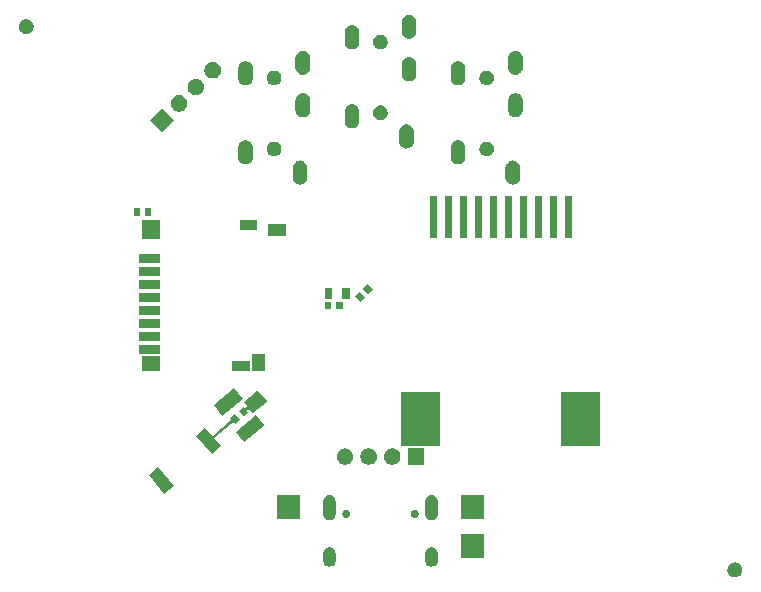
<source format=gbs>
%MOIN*%
%OFA0B0*%
%FSLAX46Y46*%
%IPPOS*%
%LPD*%
%ADD10C,0.0039370078740157488*%
%ADD21C,0.0039370078740157488*%
%ADD22C,0.0039370078740157488*%
D10*
G36*
X0001093777Y0000154231D02*
G01*
X0001097636Y0000153060D01*
X0001097636Y0000153060D01*
X0001097636Y0000153060D01*
X0001101192Y0000151159D01*
X0001104310Y0000148601D01*
X0001106868Y0000145484D01*
X0001108769Y0000141927D01*
X0001108769Y0000141927D01*
X0001109940Y0000138068D01*
X0001110236Y0000135060D01*
X0001110236Y0000109427D01*
X0001109940Y0000106419D01*
X0001108769Y0000102560D01*
X0001108769Y0000102560D01*
X0001108769Y0000102560D01*
X0001106868Y0000099004D01*
X0001104310Y0000095886D01*
X0001101192Y0000093328D01*
X0001097636Y0000091427D01*
X0001097636Y0000091427D01*
X0001093777Y0000090256D01*
X0001089763Y0000089861D01*
X0001085750Y0000090256D01*
X0001081891Y0000091427D01*
X0001081891Y0000091427D01*
X0001078334Y0000093328D01*
X0001075217Y0000095886D01*
X0001072659Y0000099004D01*
X0001070758Y0000102560D01*
X0001070453Y0000103564D01*
X0001069587Y0000106419D01*
X0001069514Y0000107157D01*
X0001069291Y0000109427D01*
X0001069291Y0000135060D01*
X0001069587Y0000138068D01*
X0001070758Y0000141927D01*
X0001070758Y0000141927D01*
X0001072659Y0000145484D01*
X0001075217Y0000148601D01*
X0001078334Y0000151159D01*
X0001081891Y0000153060D01*
X0001081891Y0000153060D01*
X0001081891Y0000153060D01*
X0001085750Y0000154231D01*
X0001089763Y0000154626D01*
X0001093777Y0000154231D01*
G37*
G36*
X0001433934Y0000154231D02*
G01*
X0001437793Y0000153060D01*
X0001437793Y0000153060D01*
X0001437793Y0000153060D01*
X0001441350Y0000151159D01*
X0001444467Y0000148601D01*
X0001447025Y0000145484D01*
X0001448926Y0000141927D01*
X0001448926Y0000141927D01*
X0001450097Y0000138068D01*
X0001450393Y0000135060D01*
X0001450393Y0000109427D01*
X0001450097Y0000106419D01*
X0001448926Y0000102560D01*
X0001448926Y0000102560D01*
X0001448926Y0000102560D01*
X0001447025Y0000099004D01*
X0001444467Y0000095886D01*
X0001441350Y0000093328D01*
X0001437793Y0000091427D01*
X0001437793Y0000091427D01*
X0001433934Y0000090256D01*
X0001429921Y0000089861D01*
X0001425907Y0000090256D01*
X0001422048Y0000091427D01*
X0001422048Y0000091427D01*
X0001418492Y0000093328D01*
X0001415375Y0000095886D01*
X0001412816Y0000099004D01*
X0001410915Y0000102560D01*
X0001410611Y0000103564D01*
X0001409745Y0000106419D01*
X0001409672Y0000107157D01*
X0001409448Y0000109427D01*
X0001409448Y0000135060D01*
X0001409745Y0000138068D01*
X0001410915Y0000141927D01*
X0001410915Y0000141927D01*
X0001412816Y0000145484D01*
X0001415375Y0000148601D01*
X0001418492Y0000151159D01*
X0001422048Y0000153060D01*
X0001422048Y0000153060D01*
X0001422048Y0000153060D01*
X0001425907Y0000154231D01*
X0001429921Y0000154626D01*
X0001433934Y0000154231D01*
G37*
G36*
X0001606299Y0000118110D02*
G01*
X0001527559Y0000118110D01*
X0001527559Y0000196850D01*
X0001606299Y0000196850D01*
X0001606299Y0000118110D01*
G37*
G36*
X0001093777Y0000328640D02*
G01*
X0001097636Y0000327470D01*
X0001097636Y0000327470D01*
X0001097636Y0000327470D01*
X0001101192Y0000325569D01*
X0001104310Y0000323010D01*
X0001106868Y0000319893D01*
X0001108769Y0000316337D01*
X0001108769Y0000316336D01*
X0001109940Y0000312477D01*
X0001110236Y0000309470D01*
X0001110236Y0000264151D01*
X0001109940Y0000261144D01*
X0001108769Y0000257285D01*
X0001108769Y0000257284D01*
X0001108769Y0000257284D01*
X0001106868Y0000253728D01*
X0001104310Y0000250611D01*
X0001101192Y0000248052D01*
X0001097636Y0000246151D01*
X0001097636Y0000246151D01*
X0001093777Y0000244981D01*
X0001089763Y0000244585D01*
X0001085750Y0000244981D01*
X0001081891Y0000246151D01*
X0001081891Y0000246151D01*
X0001078334Y0000248052D01*
X0001075217Y0000250611D01*
X0001072659Y0000253728D01*
X0001070758Y0000257284D01*
X0001070758Y0000257284D01*
X0001070758Y0000257285D01*
X0001069587Y0000261144D01*
X0001069291Y0000264151D01*
X0001069291Y0000309470D01*
X0001069587Y0000312477D01*
X0001070758Y0000316336D01*
X0001070758Y0000316337D01*
X0001072659Y0000319893D01*
X0001075217Y0000323010D01*
X0001078334Y0000325569D01*
X0001081891Y0000327470D01*
X0001081891Y0000327470D01*
X0001081891Y0000327470D01*
X0001085750Y0000328640D01*
X0001089763Y0000329036D01*
X0001093777Y0000328640D01*
G37*
G36*
X0001433934Y0000328640D02*
G01*
X0001437793Y0000327470D01*
X0001437793Y0000327470D01*
X0001437793Y0000327470D01*
X0001441350Y0000325569D01*
X0001444467Y0000323010D01*
X0001447025Y0000319893D01*
X0001448926Y0000316337D01*
X0001448926Y0000316336D01*
X0001450097Y0000312477D01*
X0001450393Y0000309470D01*
X0001450393Y0000264151D01*
X0001450097Y0000261144D01*
X0001448926Y0000257285D01*
X0001448926Y0000257284D01*
X0001448926Y0000257284D01*
X0001447025Y0000253728D01*
X0001444467Y0000250611D01*
X0001441350Y0000248052D01*
X0001437793Y0000246151D01*
X0001437793Y0000246151D01*
X0001433934Y0000244981D01*
X0001429921Y0000244585D01*
X0001425907Y0000244981D01*
X0001422048Y0000246151D01*
X0001422048Y0000246151D01*
X0001418492Y0000248052D01*
X0001415375Y0000250611D01*
X0001412816Y0000253728D01*
X0001410915Y0000257284D01*
X0001410915Y0000257284D01*
X0001410915Y0000257285D01*
X0001409745Y0000261144D01*
X0001409448Y0000264151D01*
X0001409448Y0000309470D01*
X0001409745Y0000312477D01*
X0001410915Y0000316336D01*
X0001410915Y0000316337D01*
X0001412816Y0000319893D01*
X0001415375Y0000323010D01*
X0001418492Y0000325569D01*
X0001422048Y0000327470D01*
X0001422048Y0000327470D01*
X0001422048Y0000327470D01*
X0001425907Y0000328640D01*
X0001429921Y0000329036D01*
X0001433934Y0000328640D01*
G37*
G36*
X0000992125Y0000249999D02*
G01*
X0000913385Y0000249999D01*
X0000913385Y0000328740D01*
X0000992125Y0000328740D01*
X0000992125Y0000249999D01*
G37*
G36*
X0001606299Y0000249999D02*
G01*
X0001527559Y0000249999D01*
X0001527559Y0000328740D01*
X0001606299Y0000328740D01*
X0001606299Y0000249999D01*
G37*
G36*
X0001377583Y0000279005D02*
G01*
X0001378819Y0000278493D01*
X0001380055Y0000277981D01*
X0001382280Y0000276495D01*
X0001384172Y0000274603D01*
X0001385658Y0000272378D01*
X0001386170Y0000271142D01*
X0001386682Y0000269906D01*
X0001387204Y0000267282D01*
X0001387204Y0000264607D01*
X0001386682Y0000261982D01*
X0001386335Y0000261144D01*
X0001385658Y0000259511D01*
X0001384172Y0000257286D01*
X0001382280Y0000255394D01*
X0001380055Y0000253907D01*
X0001378819Y0000253396D01*
X0001377583Y0000252884D01*
X0001374959Y0000252362D01*
X0001372284Y0000252362D01*
X0001369660Y0000252884D01*
X0001368424Y0000253396D01*
X0001367188Y0000253907D01*
X0001364963Y0000255394D01*
X0001363071Y0000257286D01*
X0001361585Y0000259511D01*
X0001360908Y0000261144D01*
X0001360561Y0000261982D01*
X0001360039Y0000264607D01*
X0001360039Y0000267282D01*
X0001360561Y0000269906D01*
X0001361073Y0000271142D01*
X0001361585Y0000272378D01*
X0001363071Y0000274603D01*
X0001364963Y0000276495D01*
X0001367188Y0000277981D01*
X0001368424Y0000278493D01*
X0001369660Y0000279005D01*
X0001372284Y0000279527D01*
X0001374959Y0000279527D01*
X0001377583Y0000279005D01*
G37*
G36*
X0001150024Y0000279005D02*
G01*
X0001151260Y0000278493D01*
X0001152496Y0000277981D01*
X0001154721Y0000276495D01*
X0001156613Y0000274603D01*
X0001158099Y0000272378D01*
X0001158611Y0000271142D01*
X0001159123Y0000269906D01*
X0001159645Y0000267282D01*
X0001159645Y0000264607D01*
X0001159123Y0000261982D01*
X0001158776Y0000261144D01*
X0001158099Y0000259511D01*
X0001156613Y0000257286D01*
X0001154721Y0000255394D01*
X0001152496Y0000253907D01*
X0001151260Y0000253396D01*
X0001150024Y0000252884D01*
X0001147400Y0000252362D01*
X0001144725Y0000252362D01*
X0001142101Y0000252884D01*
X0001140865Y0000253396D01*
X0001139629Y0000253907D01*
X0001137404Y0000255394D01*
X0001135512Y0000257286D01*
X0001134026Y0000259511D01*
X0001133349Y0000261144D01*
X0001133002Y0000261982D01*
X0001132480Y0000264607D01*
X0001132480Y0000267282D01*
X0001133002Y0000269906D01*
X0001133514Y0000271142D01*
X0001134026Y0000272378D01*
X0001135512Y0000274603D01*
X0001137404Y0000276495D01*
X0001139629Y0000277981D01*
X0001140865Y0000278493D01*
X0001142101Y0000279005D01*
X0001144725Y0000279527D01*
X0001147400Y0000279527D01*
X0001150024Y0000279005D01*
G37*
G36*
X0000571349Y0000359513D02*
G01*
X0000539983Y0000333194D01*
X0000488358Y0000394719D01*
X0000519723Y0000421038D01*
X0000571349Y0000359513D01*
G37*
G36*
X0001307193Y0000483003D02*
G01*
X0001312173Y0000480940D01*
X0001316655Y0000477946D01*
X0001320466Y0000474135D01*
X0001323460Y0000469653D01*
X0001325523Y0000464674D01*
X0001326574Y0000459387D01*
X0001326574Y0000453997D01*
X0001325523Y0000448711D01*
X0001323460Y0000443732D01*
X0001320466Y0000439250D01*
X0001316655Y0000435439D01*
X0001312173Y0000432444D01*
X0001307193Y0000430382D01*
X0001301907Y0000429330D01*
X0001296517Y0000429330D01*
X0001291231Y0000430382D01*
X0001286251Y0000432444D01*
X0001281770Y0000435439D01*
X0001277958Y0000439250D01*
X0001274964Y0000443732D01*
X0001272901Y0000448711D01*
X0001271850Y0000453997D01*
X0001271850Y0000459387D01*
X0001272901Y0000464674D01*
X0001274964Y0000469653D01*
X0001277958Y0000474135D01*
X0001281770Y0000477946D01*
X0001286251Y0000480940D01*
X0001291231Y0000483003D01*
X0001296517Y0000484055D01*
X0001301907Y0000484055D01*
X0001307193Y0000483003D01*
G37*
G36*
X0001228453Y0000483003D02*
G01*
X0001233433Y0000480940D01*
X0001237914Y0000477946D01*
X0001241726Y0000474135D01*
X0001244720Y0000469653D01*
X0001246783Y0000464674D01*
X0001247834Y0000459387D01*
X0001247834Y0000453997D01*
X0001246783Y0000448711D01*
X0001244720Y0000443732D01*
X0001241726Y0000439250D01*
X0001237914Y0000435439D01*
X0001233433Y0000432444D01*
X0001228453Y0000430382D01*
X0001223167Y0000429330D01*
X0001217777Y0000429330D01*
X0001212491Y0000430382D01*
X0001207511Y0000432444D01*
X0001203030Y0000435439D01*
X0001199218Y0000439250D01*
X0001196224Y0000443732D01*
X0001194161Y0000448711D01*
X0001193110Y0000453997D01*
X0001193110Y0000459387D01*
X0001194161Y0000464674D01*
X0001196224Y0000469653D01*
X0001199218Y0000474135D01*
X0001203030Y0000477946D01*
X0001207511Y0000480940D01*
X0001212491Y0000483003D01*
X0001217777Y0000484055D01*
X0001223167Y0000484055D01*
X0001228453Y0000483003D01*
G37*
G36*
X0001405314Y0000429330D02*
G01*
X0001350590Y0000429330D01*
X0001350590Y0000484055D01*
X0001405314Y0000484055D01*
X0001405314Y0000429330D01*
G37*
G36*
X0001149713Y0000483003D02*
G01*
X0001154693Y0000480940D01*
X0001159174Y0000477946D01*
X0001162985Y0000474135D01*
X0001165980Y0000469653D01*
X0001168042Y0000464674D01*
X0001169094Y0000459387D01*
X0001169094Y0000453997D01*
X0001168042Y0000448711D01*
X0001165980Y0000443732D01*
X0001162985Y0000439250D01*
X0001159174Y0000435439D01*
X0001154693Y0000432444D01*
X0001149713Y0000430382D01*
X0001144427Y0000429330D01*
X0001139037Y0000429330D01*
X0001133750Y0000430382D01*
X0001128771Y0000432444D01*
X0001124289Y0000435439D01*
X0001120478Y0000439250D01*
X0001117484Y0000443732D01*
X0001115421Y0000448711D01*
X0001114370Y0000453997D01*
X0001114370Y0000459387D01*
X0001115421Y0000464674D01*
X0001117484Y0000469653D01*
X0001120478Y0000474135D01*
X0001124289Y0000477946D01*
X0001128771Y0000480940D01*
X0001133750Y0000483003D01*
X0001139037Y0000484055D01*
X0001144427Y0000484055D01*
X0001149713Y0000483003D01*
G37*
G36*
X0000790987Y0000579787D02*
G01*
X0000774701Y0000566122D01*
X0000770272Y0000571400D01*
X0000770135Y0000571534D01*
X0000769973Y0000571640D01*
X0000769794Y0000571712D01*
X0000769604Y0000571747D01*
X0000769412Y0000571745D01*
X0000769223Y0000571705D01*
X0000769045Y0000571630D01*
X0000768886Y0000571521D01*
X0000762452Y0000566122D01*
X0000706155Y0000518883D01*
X0000706020Y0000518745D01*
X0000705914Y0000518583D01*
X0000705843Y0000518404D01*
X0000705807Y0000518215D01*
X0000705809Y0000518022D01*
X0000705849Y0000517833D01*
X0000705925Y0000517656D01*
X0000706033Y0000517496D01*
X0000728177Y0000491107D01*
X0000696811Y0000464788D01*
X0000645186Y0000526313D01*
X0000676551Y0000552632D01*
X0000698695Y0000526243D01*
X0000698833Y0000526108D01*
X0000698994Y0000526002D01*
X0000699173Y0000525930D01*
X0000699363Y0000525895D01*
X0000699556Y0000525897D01*
X0000699744Y0000525937D01*
X0000699922Y0000526012D01*
X0000700081Y0000526121D01*
X0000762812Y0000578759D01*
X0000762947Y0000578897D01*
X0000763053Y0000579059D01*
X0000763125Y0000579238D01*
X0000763160Y0000579427D01*
X0000763158Y0000579620D01*
X0000763118Y0000579809D01*
X0000763043Y0000579986D01*
X0000762934Y0000580146D01*
X0000758505Y0000585424D01*
X0000774791Y0000599089D01*
X0000790987Y0000579787D01*
G37*
G36*
X0001459055Y0000491338D02*
G01*
X0001328346Y0000491338D01*
X0001328346Y0000670078D01*
X0001459055Y0000670078D01*
X0001459055Y0000491338D01*
G37*
G36*
X0001992519Y0000491338D02*
G01*
X0001861811Y0000491338D01*
X0001861811Y0000670078D01*
X0001992519Y0000670078D01*
X0001992519Y0000491338D01*
G37*
G36*
X0000859323Y0000579809D02*
G01*
X0000874120Y0000562174D01*
X0000874120Y0000562174D01*
X0000806564Y0000505487D01*
X0000789341Y0000526012D01*
X0000777714Y0000539869D01*
X0000777714Y0000539869D01*
X0000845271Y0000596556D01*
X0000859323Y0000579809D01*
G37*
G36*
X0000849658Y0000676874D02*
G01*
X0000849802Y0000676816D01*
X0000849932Y0000676732D01*
X0000850078Y0000676589D01*
X0000880383Y0000640472D01*
X0000880411Y0000640432D01*
X0000880498Y0000640304D01*
X0000880559Y0000640161D01*
X0000880591Y0000640010D01*
X0000880593Y0000639854D01*
X0000880564Y0000639702D01*
X0000880506Y0000639558D01*
X0000880422Y0000639428D01*
X0000880279Y0000639282D01*
X0000835115Y0000601385D01*
X0000835074Y0000601357D01*
X0000834946Y0000601270D01*
X0000834804Y0000601209D01*
X0000834652Y0000601177D01*
X0000834497Y0000601175D01*
X0000834344Y0000601204D01*
X0000834332Y0000601209D01*
X0000834200Y0000601262D01*
X0000834071Y0000601346D01*
X0000833925Y0000601489D01*
X0000822447Y0000615168D01*
X0000822309Y0000615303D01*
X0000822147Y0000615408D01*
X0000821968Y0000615480D01*
X0000821779Y0000615516D01*
X0000821586Y0000615514D01*
X0000821397Y0000615474D01*
X0000821220Y0000615398D01*
X0000821060Y0000615289D01*
X0000815042Y0000610239D01*
X0000814907Y0000610101D01*
X0000814801Y0000609939D01*
X0000814729Y0000609760D01*
X0000814694Y0000609571D01*
X0000814696Y0000609378D01*
X0000814736Y0000609189D01*
X0000814811Y0000609011D01*
X0000814920Y0000608852D01*
X0000818806Y0000604221D01*
X0000818834Y0000604181D01*
X0000818921Y0000604053D01*
X0000818982Y0000603910D01*
X0000819014Y0000603759D01*
X0000819016Y0000603603D01*
X0000818987Y0000603451D01*
X0000818929Y0000603307D01*
X0000818845Y0000603177D01*
X0000818702Y0000603031D01*
X0000803697Y0000590441D01*
X0000803657Y0000590413D01*
X0000803529Y0000590325D01*
X0000803386Y0000590265D01*
X0000803234Y0000590233D01*
X0000803079Y0000590231D01*
X0000802927Y0000590260D01*
X0000802914Y0000590265D01*
X0000802783Y0000590317D01*
X0000802653Y0000590402D01*
X0000802507Y0000590545D01*
X0000787385Y0000608566D01*
X0000787270Y0000608734D01*
X0000787270Y0000608734D01*
X0000787209Y0000608877D01*
X0000787177Y0000609028D01*
X0000787176Y0000609184D01*
X0000787204Y0000609336D01*
X0000787221Y0000609378D01*
X0000787262Y0000609480D01*
X0000787347Y0000609610D01*
X0000787490Y0000609756D01*
X0000802495Y0000622347D01*
X0000802663Y0000622462D01*
X0000802663Y0000622462D01*
X0000802806Y0000622522D01*
X0000802958Y0000622554D01*
X0000803113Y0000622556D01*
X0000803265Y0000622528D01*
X0000803409Y0000622470D01*
X0000803539Y0000622385D01*
X0000803685Y0000622242D01*
X0000807570Y0000617611D01*
X0000807708Y0000617476D01*
X0000807870Y0000617371D01*
X0000808049Y0000617299D01*
X0000808239Y0000617264D01*
X0000808431Y0000617266D01*
X0000808620Y0000617305D01*
X0000808798Y0000617381D01*
X0000808957Y0000617490D01*
X0000814976Y0000622540D01*
X0000815111Y0000622678D01*
X0000815216Y0000622840D01*
X0000815288Y0000623019D01*
X0000815324Y0000623209D01*
X0000815322Y0000623402D01*
X0000815282Y0000623590D01*
X0000815206Y0000623768D01*
X0000815097Y0000623927D01*
X0000803619Y0000637606D01*
X0000803504Y0000637774D01*
X0000803504Y0000637774D01*
X0000803443Y0000637917D01*
X0000803411Y0000638068D01*
X0000803410Y0000638224D01*
X0000803438Y0000638376D01*
X0000803496Y0000638520D01*
X0000803581Y0000638650D01*
X0000803723Y0000638796D01*
X0000848888Y0000676693D01*
X0000849056Y0000676808D01*
X0000849056Y0000676808D01*
X0000849199Y0000676869D01*
X0000849351Y0000676901D01*
X0000849506Y0000676903D01*
X0000849658Y0000676874D01*
G37*
G36*
X0000786306Y0000666827D02*
G01*
X0000800731Y0000649636D01*
X0000800731Y0000649636D01*
X0000733174Y0000592949D01*
X0000714429Y0000615289D01*
X0000704325Y0000627331D01*
X0000704325Y0000627331D01*
X0000771882Y0000684018D01*
X0000786306Y0000666827D01*
G37*
G36*
X0000873818Y0000740354D02*
G01*
X0000832874Y0000740354D01*
X0000832874Y0000799015D01*
X0000873818Y0000799015D01*
X0000873818Y0000740354D01*
G37*
G36*
X0000824606Y0000740354D02*
G01*
X0000763976Y0000740354D01*
X0000763976Y0000773425D01*
X0000824606Y0000773425D01*
X0000824606Y0000740354D01*
G37*
G36*
X0000525393Y0000740354D02*
G01*
X0000464763Y0000740354D01*
X0000464763Y0000793110D01*
X0000525393Y0000793110D01*
X0000525393Y0000740354D01*
G37*
G36*
X0000525393Y0000799409D02*
G01*
X0000454921Y0000799409D01*
X0000454921Y0000828543D01*
X0000525393Y0000828543D01*
X0000525393Y0000799409D01*
G37*
G36*
X0000525393Y0000842716D02*
G01*
X0000454921Y0000842716D01*
X0000454921Y0000871850D01*
X0000525393Y0000871850D01*
X0000525393Y0000842716D01*
G37*
G36*
X0000525393Y0000886023D02*
G01*
X0000454921Y0000886023D01*
X0000454921Y0000915157D01*
X0000525393Y0000915157D01*
X0000525393Y0000886023D01*
G37*
G36*
X0000525393Y0000929330D02*
G01*
X0000454921Y0000929330D01*
X0000454921Y0000958464D01*
X0000525393Y0000958464D01*
X0000525393Y0000929330D01*
G37*
G36*
X0001133464Y0000948031D02*
G01*
X0001112204Y0000948031D01*
X0001112204Y0000973228D01*
X0001133464Y0000973228D01*
X0001133464Y0000948031D01*
G37*
G36*
X0001096456Y0000948031D02*
G01*
X0001075196Y0000948031D01*
X0001075196Y0000973228D01*
X0001096456Y0000973228D01*
X0001096456Y0000948031D01*
G37*
G36*
X0001208065Y0000987492D02*
G01*
X0001193032Y0000972459D01*
X0001175215Y0000990276D01*
X0001190248Y0001005309D01*
X0001208065Y0000987492D01*
G37*
G36*
X0000525393Y0000972637D02*
G01*
X0000454921Y0000972637D01*
X0000454921Y0001001771D01*
X0000525393Y0001001771D01*
X0000525393Y0000972637D01*
G37*
G36*
X0001158267Y0000981496D02*
G01*
X0001133070Y0000981496D01*
X0001133070Y0001018503D01*
X0001158267Y0001018503D01*
X0001158267Y0000981496D01*
G37*
G36*
X0001099212Y0000981496D02*
G01*
X0001074015Y0000981496D01*
X0001074015Y0001018503D01*
X0001099212Y0001018503D01*
X0001099212Y0000981496D01*
G37*
G36*
X0001234233Y0001013660D02*
G01*
X0001219200Y0000998627D01*
X0001201383Y0001016444D01*
X0001216416Y0001031477D01*
X0001234233Y0001013660D01*
G37*
G36*
X0000525393Y0001015944D02*
G01*
X0000454921Y0001015944D01*
X0000454921Y0001045078D01*
X0000525393Y0001045078D01*
X0000525393Y0001015944D01*
G37*
G36*
X0000525393Y0001059251D02*
G01*
X0000454921Y0001059251D01*
X0000454921Y0001088385D01*
X0000525393Y0001088385D01*
X0000525393Y0001059251D01*
G37*
G36*
X0000525393Y0001102559D02*
G01*
X0000454921Y0001102559D01*
X0000454921Y0001131692D01*
X0000525393Y0001131692D01*
X0000525393Y0001102559D01*
G37*
G36*
X0000525393Y0001183267D02*
G01*
X0000464763Y0001183267D01*
X0000464763Y0001243897D01*
X0000525393Y0001243897D01*
X0000525393Y0001183267D01*
G37*
G36*
X0001499015Y0001186220D02*
G01*
X0001473818Y0001186220D01*
X0001473818Y0001325590D01*
X0001499015Y0001325590D01*
X0001499015Y0001186220D01*
G37*
G36*
X0001549015Y0001186220D02*
G01*
X0001523818Y0001186220D01*
X0001523818Y0001325590D01*
X0001549015Y0001325590D01*
X0001549015Y0001186220D01*
G37*
G36*
X0001599015Y0001186220D02*
G01*
X0001573818Y0001186220D01*
X0001573818Y0001325590D01*
X0001599015Y0001325590D01*
X0001599015Y0001186220D01*
G37*
G36*
X0001649015Y0001186220D02*
G01*
X0001623818Y0001186220D01*
X0001623818Y0001325590D01*
X0001649015Y0001325590D01*
X0001649015Y0001186220D01*
G37*
G36*
X0001749015Y0001186220D02*
G01*
X0001723818Y0001186220D01*
X0001723818Y0001325590D01*
X0001749015Y0001325590D01*
X0001749015Y0001186220D01*
G37*
G36*
X0001799015Y0001186220D02*
G01*
X0001773818Y0001186220D01*
X0001773818Y0001325590D01*
X0001799015Y0001325590D01*
X0001799015Y0001186220D01*
G37*
G36*
X0001849015Y0001186220D02*
G01*
X0001823818Y0001186220D01*
X0001823818Y0001325590D01*
X0001849015Y0001325590D01*
X0001849015Y0001186220D01*
G37*
G36*
X0001899015Y0001186220D02*
G01*
X0001873818Y0001186220D01*
X0001873818Y0001325590D01*
X0001899015Y0001325590D01*
X0001899015Y0001186220D01*
G37*
G36*
X0001449015Y0001186220D02*
G01*
X0001423818Y0001186220D01*
X0001423818Y0001325590D01*
X0001449015Y0001325590D01*
X0001449015Y0001186220D01*
G37*
G36*
X0001699015Y0001186220D02*
G01*
X0001673818Y0001186220D01*
X0001673818Y0001325590D01*
X0001699015Y0001325590D01*
X0001699015Y0001186220D01*
G37*
G36*
X0000946653Y0001191141D02*
G01*
X0000884055Y0001191141D01*
X0000884055Y0001232086D01*
X0000946653Y0001232086D01*
X0000946653Y0001191141D01*
G37*
G36*
X0000848228Y0001210826D02*
G01*
X0000791535Y0001210826D01*
X0000791535Y0001243897D01*
X0000848228Y0001243897D01*
X0000848228Y0001210826D01*
G37*
G36*
X0000495669Y0001259055D02*
G01*
X0000474409Y0001259055D01*
X0000474409Y0001284251D01*
X0000495669Y0001284251D01*
X0000495669Y0001259055D01*
G37*
G36*
X0000458661Y0001259055D02*
G01*
X0000437401Y0001259055D01*
X0000437401Y0001284251D01*
X0000458661Y0001284251D01*
X0000458661Y0001259055D01*
G37*
G36*
X0000996911Y0001443347D02*
G01*
X0001001512Y0001441951D01*
X0001004521Y0001440343D01*
X0001005752Y0001439685D01*
X0001009469Y0001436634D01*
X0001012519Y0001432918D01*
X0001013177Y0001431687D01*
X0001014786Y0001428677D01*
X0001016182Y0001424076D01*
X0001016535Y0001420490D01*
X0001016535Y0001386596D01*
X0001016182Y0001383010D01*
X0001014786Y0001378408D01*
X0001013177Y0001375399D01*
X0001012519Y0001374168D01*
X0001009469Y0001370451D01*
X0001005752Y0001367401D01*
X0001005752Y0001367401D01*
X0001001512Y0001365134D01*
X0000996911Y0001363739D01*
X0000992125Y0001363267D01*
X0000987340Y0001363739D01*
X0000982739Y0001365134D01*
X0000979730Y0001366743D01*
X0000978499Y0001367401D01*
X0000974782Y0001370451D01*
X0000971732Y0001374168D01*
X0000971602Y0001374411D01*
X0000969465Y0001378408D01*
X0000968069Y0001383010D01*
X0000967716Y0001386596D01*
X0000967716Y0001420490D01*
X0000968069Y0001424076D01*
X0000969465Y0001428677D01*
X0000970598Y0001430797D01*
X0000971732Y0001432918D01*
X0000974782Y0001436634D01*
X0000978499Y0001439685D01*
X0000979730Y0001440343D01*
X0000982739Y0001441951D01*
X0000987340Y0001443347D01*
X0000992125Y0001443818D01*
X0000996911Y0001443347D01*
G37*
G36*
X0001705572Y0001443347D02*
G01*
X0001710173Y0001441951D01*
X0001713183Y0001440343D01*
X0001714414Y0001439685D01*
X0001718130Y0001436634D01*
X0001721181Y0001432918D01*
X0001721839Y0001431687D01*
X0001723447Y0001428677D01*
X0001724843Y0001424076D01*
X0001725196Y0001420490D01*
X0001725196Y0001386596D01*
X0001724843Y0001383010D01*
X0001723447Y0001378408D01*
X0001721839Y0001375399D01*
X0001721181Y0001374168D01*
X0001718130Y0001370451D01*
X0001714414Y0001367401D01*
X0001714414Y0001367401D01*
X0001710173Y0001365134D01*
X0001705572Y0001363739D01*
X0001700787Y0001363267D01*
X0001696002Y0001363739D01*
X0001691400Y0001365134D01*
X0001688391Y0001366743D01*
X0001687160Y0001367401D01*
X0001683443Y0001370451D01*
X0001680393Y0001374168D01*
X0001680263Y0001374411D01*
X0001678126Y0001378408D01*
X0001676731Y0001383010D01*
X0001676377Y0001386596D01*
X0001676377Y0001420490D01*
X0001676731Y0001424076D01*
X0001678126Y0001428677D01*
X0001679260Y0001430797D01*
X0001680393Y0001432918D01*
X0001683443Y0001436634D01*
X0001687160Y0001439685D01*
X0001688391Y0001440343D01*
X0001691401Y0001441951D01*
X0001696002Y0001443347D01*
X0001700787Y0001443818D01*
X0001705572Y0001443347D01*
G37*
G36*
X0001523682Y0001510276D02*
G01*
X0001528284Y0001508880D01*
X0001531293Y0001507272D01*
X0001532524Y0001506614D01*
X0001536241Y0001503564D01*
X0001538145Y0001501243D01*
X0001539291Y0001499847D01*
X0001541558Y0001495606D01*
X0001541970Y0001494247D01*
X0001542953Y0001491005D01*
X0001543301Y0001487480D01*
X0001543307Y0001487419D01*
X0001543307Y0001453525D01*
X0001542953Y0001449939D01*
X0001541558Y0001445337D01*
X0001540494Y0001443347D01*
X0001539291Y0001441097D01*
X0001536241Y0001437380D01*
X0001532524Y0001434330D01*
X0001532524Y0001434330D01*
X0001528284Y0001432063D01*
X0001523682Y0001430668D01*
X0001518897Y0001430196D01*
X0001514112Y0001430668D01*
X0001509511Y0001432063D01*
X0001506501Y0001433672D01*
X0001505270Y0001434330D01*
X0001501554Y0001437380D01*
X0001498503Y0001441097D01*
X0001498047Y0001441951D01*
X0001496237Y0001445338D01*
X0001494841Y0001449939D01*
X0001494488Y0001453525D01*
X0001494488Y0001487419D01*
X0001494494Y0001487480D01*
X0001494794Y0001490530D01*
X0001494841Y0001491005D01*
X0001496237Y0001495606D01*
X0001497777Y0001498487D01*
X0001498503Y0001499847D01*
X0001501554Y0001503564D01*
X0001505270Y0001506614D01*
X0001506501Y0001507272D01*
X0001509511Y0001508880D01*
X0001514112Y0001510276D01*
X0001518897Y0001510747D01*
X0001523682Y0001510276D01*
G37*
G36*
X0000815021Y0001510276D02*
G01*
X0000819622Y0001508880D01*
X0000822632Y0001507272D01*
X0000823862Y0001506614D01*
X0000827579Y0001503564D01*
X0000829484Y0001501243D01*
X0000830630Y0001499847D01*
X0000832896Y0001495606D01*
X0000833309Y0001494247D01*
X0000834292Y0001491005D01*
X0000834639Y0001487480D01*
X0000834645Y0001487419D01*
X0000834645Y0001453525D01*
X0000834292Y0001449939D01*
X0000832896Y0001445337D01*
X0000831832Y0001443347D01*
X0000830630Y0001441097D01*
X0000827579Y0001437380D01*
X0000823862Y0001434330D01*
X0000823862Y0001434330D01*
X0000819622Y0001432063D01*
X0000815021Y0001430668D01*
X0000810236Y0001430196D01*
X0000805451Y0001430668D01*
X0000800849Y0001432063D01*
X0000797840Y0001433672D01*
X0000796609Y0001434330D01*
X0000792892Y0001437380D01*
X0000789842Y0001441097D01*
X0000789385Y0001441951D01*
X0000787575Y0001445338D01*
X0000786179Y0001449939D01*
X0000785826Y0001453525D01*
X0000785826Y0001487419D01*
X0000785832Y0001487480D01*
X0000786133Y0001490530D01*
X0000786179Y0001491005D01*
X0000787575Y0001495606D01*
X0000789115Y0001498487D01*
X0000789842Y0001499847D01*
X0000792892Y0001503564D01*
X0000796609Y0001506614D01*
X0000797840Y0001507272D01*
X0000800849Y0001508880D01*
X0000805451Y0001510276D01*
X0000810236Y0001510747D01*
X0000815021Y0001510276D01*
G37*
G36*
X0001621293Y0001505754D02*
G01*
X0001625735Y0001503914D01*
X0001629733Y0001501243D01*
X0001633133Y0001497843D01*
X0001635804Y0001493845D01*
X0001637644Y0001489403D01*
X0001638582Y0001484687D01*
X0001638582Y0001479879D01*
X0001637644Y0001475163D01*
X0001635804Y0001470721D01*
X0001633133Y0001466723D01*
X0001629733Y0001463323D01*
X0001625735Y0001460652D01*
X0001621293Y0001458812D01*
X0001616577Y0001457874D01*
X0001611769Y0001457874D01*
X0001607053Y0001458812D01*
X0001602611Y0001460652D01*
X0001598613Y0001463323D01*
X0001595213Y0001466723D01*
X0001592541Y0001470721D01*
X0001590701Y0001475163D01*
X0001589763Y0001479879D01*
X0001589763Y0001484687D01*
X0001590701Y0001489403D01*
X0001592541Y0001493845D01*
X0001595213Y0001497843D01*
X0001598613Y0001501243D01*
X0001602611Y0001503914D01*
X0001607053Y0001505754D01*
X0001611769Y0001506692D01*
X0001616577Y0001506692D01*
X0001621293Y0001505754D01*
G37*
G36*
X0000912631Y0001505754D02*
G01*
X0000917073Y0001503914D01*
X0000921071Y0001501243D01*
X0000924471Y0001497843D01*
X0000927143Y0001493845D01*
X0000928983Y0001489403D01*
X0000929921Y0001484687D01*
X0000929921Y0001479879D01*
X0000928983Y0001475163D01*
X0000927143Y0001470721D01*
X0000924471Y0001466723D01*
X0000921071Y0001463323D01*
X0000917073Y0001460652D01*
X0000912631Y0001458812D01*
X0000907915Y0001457874D01*
X0000903107Y0001457874D01*
X0000898391Y0001458812D01*
X0000893949Y0001460652D01*
X0000889951Y0001463323D01*
X0000886551Y0001466723D01*
X0000883880Y0001470721D01*
X0000882040Y0001475163D01*
X0000881102Y0001479879D01*
X0000881102Y0001484687D01*
X0000882040Y0001489403D01*
X0000883880Y0001493845D01*
X0000886551Y0001497843D01*
X0000889951Y0001501243D01*
X0000893949Y0001503914D01*
X0000898391Y0001505754D01*
X0000903107Y0001506692D01*
X0000907915Y0001506692D01*
X0000912631Y0001505754D01*
G37*
G36*
X0001351241Y0001563426D02*
G01*
X0001355843Y0001562030D01*
X0001358852Y0001560421D01*
X0001360083Y0001559763D01*
X0001363800Y0001556713D01*
X0001366850Y0001552996D01*
X0001367508Y0001551765D01*
X0001369117Y0001548756D01*
X0001370512Y0001544155D01*
X0001370512Y0001544155D01*
X0001370866Y0001540568D01*
X0001370866Y0001506675D01*
X0001370775Y0001505754D01*
X0001370512Y0001503088D01*
X0001369117Y0001498487D01*
X0001367508Y0001495478D01*
X0001366850Y0001494247D01*
X0001363800Y0001490530D01*
X0001360083Y0001487480D01*
X0001360083Y0001487480D01*
X0001355843Y0001485213D01*
X0001351241Y0001483817D01*
X0001346456Y0001483346D01*
X0001341671Y0001483817D01*
X0001338804Y0001484687D01*
X0001337070Y0001485213D01*
X0001334060Y0001486822D01*
X0001332829Y0001487480D01*
X0001329113Y0001490530D01*
X0001326062Y0001494247D01*
X0001325336Y0001495606D01*
X0001323796Y0001498487D01*
X0001322400Y0001503088D01*
X0001322047Y0001506675D01*
X0001322047Y0001540568D01*
X0001322400Y0001544155D01*
X0001322400Y0001544155D01*
X0001323796Y0001548756D01*
X0001326062Y0001552996D01*
X0001329113Y0001556713D01*
X0001332829Y0001559763D01*
X0001334060Y0001560421D01*
X0001337070Y0001562030D01*
X0001341671Y0001563426D01*
X0001346456Y0001563897D01*
X0001351241Y0001563426D01*
G37*
G36*
X0000570594Y0001578295D02*
G01*
X0000531561Y0001539938D01*
X0000493205Y0001578970D01*
X0000532237Y0001617327D01*
X0000570594Y0001578295D01*
G37*
G36*
X0001169352Y0001630355D02*
G01*
X0001173953Y0001628959D01*
X0001176962Y0001627351D01*
X0001178193Y0001626693D01*
X0001181910Y0001623642D01*
X0001184192Y0001620861D01*
X0001184960Y0001619925D01*
X0001187227Y0001615685D01*
X0001188623Y0001611084D01*
X0001188623Y0001611084D01*
X0001188975Y0001607511D01*
X0001188976Y0001607497D01*
X0001188976Y0001573604D01*
X0001188623Y0001570018D01*
X0001187227Y0001565416D01*
X0001186163Y0001563426D01*
X0001184960Y0001561176D01*
X0001181910Y0001557459D01*
X0001178193Y0001554409D01*
X0001178193Y0001554409D01*
X0001173953Y0001552142D01*
X0001169351Y0001550746D01*
X0001164566Y0001550275D01*
X0001159781Y0001550746D01*
X0001155180Y0001552142D01*
X0001152171Y0001553751D01*
X0001150940Y0001554409D01*
X0001147223Y0001557459D01*
X0001144172Y0001561176D01*
X0001143716Y0001562030D01*
X0001141906Y0001565416D01*
X0001140510Y0001570018D01*
X0001140157Y0001573604D01*
X0001140157Y0001607497D01*
X0001140158Y0001607511D01*
X0001140510Y0001611084D01*
X0001140510Y0001611084D01*
X0001141906Y0001615685D01*
X0001144173Y0001619925D01*
X0001144940Y0001620861D01*
X0001147223Y0001623642D01*
X0001150940Y0001626693D01*
X0001152171Y0001627351D01*
X0001155180Y0001628959D01*
X0001159781Y0001630355D01*
X0001164566Y0001630826D01*
X0001169352Y0001630355D01*
G37*
G36*
X0001266962Y0001625833D02*
G01*
X0001271404Y0001623993D01*
X0001275402Y0001621322D01*
X0001278802Y0001617922D01*
X0001281473Y0001613924D01*
X0001283313Y0001609482D01*
X0001284251Y0001604766D01*
X0001284251Y0001599958D01*
X0001283313Y0001595242D01*
X0001281473Y0001590799D01*
X0001278802Y0001586802D01*
X0001275402Y0001583402D01*
X0001271404Y0001580730D01*
X0001266962Y0001578890D01*
X0001262246Y0001577952D01*
X0001257438Y0001577952D01*
X0001252722Y0001578890D01*
X0001248280Y0001580730D01*
X0001244282Y0001583402D01*
X0001240882Y0001586802D01*
X0001238211Y0001590799D01*
X0001236371Y0001595242D01*
X0001235433Y0001599958D01*
X0001235433Y0001604766D01*
X0001236371Y0001609482D01*
X0001238211Y0001613924D01*
X0001240882Y0001617922D01*
X0001244282Y0001621322D01*
X0001248280Y0001623993D01*
X0001252722Y0001625833D01*
X0001257438Y0001626771D01*
X0001262246Y0001626771D01*
X0001266962Y0001625833D01*
G37*
G36*
X0001005572Y0001667757D02*
G01*
X0001010173Y0001666361D01*
X0001013161Y0001664764D01*
X0001014414Y0001664094D01*
X0001014414Y0001664094D01*
X0001014414Y0001664094D01*
X0001018130Y0001661044D01*
X0001021181Y0001657327D01*
X0001023447Y0001653087D01*
X0001024843Y0001648485D01*
X0001025196Y0001644899D01*
X0001025196Y0001611005D01*
X0001024843Y0001607419D01*
X0001023447Y0001602818D01*
X0001021919Y0001599958D01*
X0001021181Y0001598577D01*
X0001018130Y0001594861D01*
X0001014414Y0001591810D01*
X0001014414Y0001591810D01*
X0001010173Y0001589544D01*
X0001005572Y0001588148D01*
X0001000787Y0001587677D01*
X0000996002Y0001588148D01*
X0000991400Y0001589544D01*
X0000988391Y0001591152D01*
X0000987160Y0001591810D01*
X0000983443Y0001594861D01*
X0000980393Y0001598577D01*
X0000979655Y0001599958D01*
X0000978126Y0001602818D01*
X0000976731Y0001607419D01*
X0000976527Y0001609482D01*
X0000976377Y0001611005D01*
X0000976377Y0001644899D01*
X0000976731Y0001648485D01*
X0000976731Y0001648486D01*
X0000978126Y0001653087D01*
X0000980393Y0001657327D01*
X0000983443Y0001661044D01*
X0000987160Y0001664094D01*
X0000987160Y0001664094D01*
X0000987160Y0001664094D01*
X0000988413Y0001664764D01*
X0000991400Y0001666361D01*
X0000996002Y0001667757D01*
X0001000787Y0001668228D01*
X0001005572Y0001667757D01*
G37*
G36*
X0001714233Y0001667757D02*
G01*
X0001718835Y0001666361D01*
X0001721823Y0001664764D01*
X0001723075Y0001664094D01*
X0001723075Y0001664094D01*
X0001723075Y0001664094D01*
X0001726792Y0001661044D01*
X0001729842Y0001657327D01*
X0001732109Y0001653087D01*
X0001733505Y0001648485D01*
X0001733858Y0001644899D01*
X0001733858Y0001611005D01*
X0001733505Y0001607419D01*
X0001732109Y0001602818D01*
X0001730580Y0001599958D01*
X0001729842Y0001598577D01*
X0001726792Y0001594861D01*
X0001723075Y0001591810D01*
X0001723075Y0001591810D01*
X0001718835Y0001589544D01*
X0001714233Y0001588148D01*
X0001709448Y0001587677D01*
X0001704663Y0001588148D01*
X0001700062Y0001589544D01*
X0001697052Y0001591152D01*
X0001695822Y0001591810D01*
X0001692105Y0001594861D01*
X0001689054Y0001598577D01*
X0001688317Y0001599958D01*
X0001686788Y0001602818D01*
X0001685392Y0001607419D01*
X0001685189Y0001609482D01*
X0001685039Y0001611005D01*
X0001685039Y0001644899D01*
X0001685392Y0001648485D01*
X0001685392Y0001648486D01*
X0001686788Y0001653087D01*
X0001689054Y0001657327D01*
X0001692105Y0001661044D01*
X0001695822Y0001664094D01*
X0001695822Y0001664094D01*
X0001695822Y0001664094D01*
X0001697074Y0001664764D01*
X0001700062Y0001666361D01*
X0001704663Y0001667757D01*
X0001709448Y0001668228D01*
X0001714233Y0001667757D01*
G37*
G36*
X0000596042Y0001660133D02*
G01*
X0000601021Y0001658070D01*
X0000605503Y0001655076D01*
X0000609314Y0001651264D01*
X0000612309Y0001646783D01*
X0000614371Y0001641803D01*
X0000615423Y0001636517D01*
X0000615423Y0001631127D01*
X0000614371Y0001625841D01*
X0000612309Y0001620861D01*
X0000609314Y0001616380D01*
X0000605503Y0001612568D01*
X0000601021Y0001609574D01*
X0000596042Y0001607511D01*
X0000590755Y0001606460D01*
X0000585366Y0001606460D01*
X0000580079Y0001607511D01*
X0000575100Y0001609574D01*
X0000570618Y0001612568D01*
X0000566807Y0001616380D01*
X0000563812Y0001620861D01*
X0000561750Y0001625841D01*
X0000560698Y0001631127D01*
X0000560698Y0001636517D01*
X0000561750Y0001641803D01*
X0000563812Y0001646783D01*
X0000566807Y0001651264D01*
X0000570618Y0001655076D01*
X0000575100Y0001658070D01*
X0000580079Y0001660133D01*
X0000585366Y0001661184D01*
X0000590755Y0001661184D01*
X0000596042Y0001660133D01*
G37*
G36*
X0000652203Y0001715322D02*
G01*
X0000657183Y0001713260D01*
X0000661664Y0001710265D01*
X0000665476Y0001706454D01*
X0000668470Y0001701973D01*
X0000670533Y0001696993D01*
X0000671584Y0001691707D01*
X0000671584Y0001686317D01*
X0000670533Y0001681030D01*
X0000668470Y0001676051D01*
X0000665476Y0001671569D01*
X0000661664Y0001667758D01*
X0000657183Y0001664764D01*
X0000652203Y0001662701D01*
X0000646917Y0001661649D01*
X0000641527Y0001661649D01*
X0000636241Y0001662701D01*
X0000631261Y0001664764D01*
X0000626780Y0001667758D01*
X0000622968Y0001671569D01*
X0000619974Y0001676051D01*
X0000617911Y0001681030D01*
X0000616860Y0001686317D01*
X0000616860Y0001691707D01*
X0000617911Y0001696993D01*
X0000619974Y0001701973D01*
X0000622968Y0001706454D01*
X0000626780Y0001710265D01*
X0000631261Y0001713260D01*
X0000636241Y0001715322D01*
X0000641527Y0001716374D01*
X0000646917Y0001716374D01*
X0000652203Y0001715322D01*
G37*
G36*
X0001523682Y0001774056D02*
G01*
X0001528284Y0001772660D01*
X0001530335Y0001771564D01*
X0001532524Y0001770393D01*
X0001534753Y0001768564D01*
X0001536241Y0001767343D01*
X0001539291Y0001763626D01*
X0001541558Y0001759386D01*
X0001542232Y0001757162D01*
X0001542953Y0001754785D01*
X0001543307Y0001751198D01*
X0001543307Y0001717305D01*
X0001543111Y0001715322D01*
X0001542953Y0001713718D01*
X0001541558Y0001709117D01*
X0001539949Y0001706108D01*
X0001539291Y0001704877D01*
X0001536241Y0001701160D01*
X0001532524Y0001698110D01*
X0001532524Y0001698110D01*
X0001528284Y0001695843D01*
X0001523682Y0001694447D01*
X0001518897Y0001693976D01*
X0001514112Y0001694447D01*
X0001509511Y0001695843D01*
X0001506501Y0001697452D01*
X0001505270Y0001698110D01*
X0001501554Y0001701160D01*
X0001498503Y0001704877D01*
X0001497660Y0001706454D01*
X0001496237Y0001709117D01*
X0001494841Y0001713718D01*
X0001494606Y0001716099D01*
X0001494488Y0001717305D01*
X0001494488Y0001751198D01*
X0001494639Y0001752738D01*
X0001494841Y0001754785D01*
X0001496237Y0001759386D01*
X0001498503Y0001763626D01*
X0001501554Y0001767343D01*
X0001503041Y0001768564D01*
X0001505270Y0001770393D01*
X0001507460Y0001771564D01*
X0001509511Y0001772660D01*
X0001514112Y0001774056D01*
X0001518897Y0001774527D01*
X0001523682Y0001774056D01*
G37*
G36*
X0000815021Y0001774056D02*
G01*
X0000819622Y0001772660D01*
X0000821673Y0001771564D01*
X0000823862Y0001770393D01*
X0000826091Y0001768564D01*
X0000827579Y0001767343D01*
X0000830630Y0001763626D01*
X0000832896Y0001759386D01*
X0000833571Y0001757162D01*
X0000834292Y0001754785D01*
X0000834645Y0001751198D01*
X0000834645Y0001717305D01*
X0000834450Y0001715322D01*
X0000834292Y0001713718D01*
X0000832896Y0001709117D01*
X0000831288Y0001706108D01*
X0000830630Y0001704877D01*
X0000827579Y0001701160D01*
X0000823862Y0001698110D01*
X0000823862Y0001698110D01*
X0000819622Y0001695843D01*
X0000815021Y0001694447D01*
X0000810236Y0001693976D01*
X0000805451Y0001694447D01*
X0000800849Y0001695843D01*
X0000797840Y0001697452D01*
X0000796609Y0001698110D01*
X0000792892Y0001701160D01*
X0000789842Y0001704877D01*
X0000788999Y0001706454D01*
X0000787575Y0001709117D01*
X0000786179Y0001713718D01*
X0000785945Y0001716099D01*
X0000785826Y0001717305D01*
X0000785826Y0001751198D01*
X0000785978Y0001752738D01*
X0000786179Y0001754785D01*
X0000787575Y0001759386D01*
X0000789842Y0001763626D01*
X0000792892Y0001767343D01*
X0000794380Y0001768564D01*
X0000796609Y0001770393D01*
X0000798798Y0001771564D01*
X0000800849Y0001772660D01*
X0000805451Y0001774056D01*
X0000810236Y0001774527D01*
X0000815021Y0001774056D01*
G37*
G36*
X0000912631Y0001741975D02*
G01*
X0000917073Y0001740135D01*
X0000921071Y0001737464D01*
X0000924471Y0001734064D01*
X0000927143Y0001730066D01*
X0000928983Y0001725623D01*
X0000929921Y0001720908D01*
X0000929921Y0001716099D01*
X0000928983Y0001711383D01*
X0000927143Y0001706941D01*
X0000924471Y0001702943D01*
X0000921071Y0001699543D01*
X0000917073Y0001696872D01*
X0000912631Y0001695032D01*
X0000907915Y0001694094D01*
X0000903107Y0001694094D01*
X0000898391Y0001695032D01*
X0000893949Y0001696872D01*
X0000889951Y0001699543D01*
X0000886551Y0001702943D01*
X0000883880Y0001706941D01*
X0000882040Y0001711383D01*
X0000881102Y0001716099D01*
X0000881102Y0001720908D01*
X0000882040Y0001725623D01*
X0000883880Y0001730066D01*
X0000886551Y0001734064D01*
X0000889951Y0001737464D01*
X0000893949Y0001740135D01*
X0000898391Y0001741975D01*
X0000903107Y0001742913D01*
X0000907915Y0001742913D01*
X0000912631Y0001741975D01*
G37*
G36*
X0001621293Y0001741975D02*
G01*
X0001625735Y0001740135D01*
X0001629733Y0001737464D01*
X0001633133Y0001734064D01*
X0001635804Y0001730066D01*
X0001637644Y0001725623D01*
X0001638582Y0001720908D01*
X0001638582Y0001716099D01*
X0001637644Y0001711383D01*
X0001635804Y0001706941D01*
X0001633133Y0001702943D01*
X0001629733Y0001699543D01*
X0001625735Y0001696872D01*
X0001621293Y0001695032D01*
X0001616577Y0001694094D01*
X0001611769Y0001694094D01*
X0001607053Y0001695032D01*
X0001602611Y0001696872D01*
X0001598613Y0001699543D01*
X0001595213Y0001702943D01*
X0001592541Y0001706941D01*
X0001590701Y0001711383D01*
X0001589763Y0001716099D01*
X0001589763Y0001720908D01*
X0001590701Y0001725623D01*
X0001592541Y0001730066D01*
X0001595213Y0001734064D01*
X0001598613Y0001737464D01*
X0001602611Y0001740135D01*
X0001607053Y0001741975D01*
X0001611769Y0001742913D01*
X0001616577Y0001742913D01*
X0001621293Y0001741975D01*
G37*
G36*
X0001359903Y0001787835D02*
G01*
X0001364504Y0001786439D01*
X0001367513Y0001784831D01*
X0001368744Y0001784173D01*
X0001368744Y0001784173D01*
X0001368744Y0001784173D01*
X0001372461Y0001781123D01*
X0001375511Y0001777406D01*
X0001377778Y0001773165D01*
X0001379174Y0001768564D01*
X0001379527Y0001764978D01*
X0001379527Y0001731084D01*
X0001379174Y0001727498D01*
X0001377778Y0001722897D01*
X0001376715Y0001720908D01*
X0001375512Y0001718656D01*
X0001372461Y0001714939D01*
X0001368744Y0001711889D01*
X0001368744Y0001711889D01*
X0001364504Y0001709623D01*
X0001359903Y0001708227D01*
X0001355118Y0001707755D01*
X0001350332Y0001708227D01*
X0001345731Y0001709623D01*
X0001342437Y0001711383D01*
X0001341491Y0001711889D01*
X0001337774Y0001714939D01*
X0001334724Y0001718656D01*
X0001334030Y0001719953D01*
X0001332457Y0001722897D01*
X0001331061Y0001727498D01*
X0001330708Y0001731084D01*
X0001330708Y0001764978D01*
X0001331061Y0001768564D01*
X0001332457Y0001773165D01*
X0001334724Y0001777406D01*
X0001337774Y0001781123D01*
X0001341491Y0001784173D01*
X0001341491Y0001784173D01*
X0001341491Y0001784173D01*
X0001342722Y0001784831D01*
X0001345731Y0001786439D01*
X0001350333Y0001787835D01*
X0001355118Y0001788307D01*
X0001359903Y0001787835D01*
G37*
G36*
X0000708365Y0001770512D02*
G01*
X0000713344Y0001768449D01*
X0000717826Y0001765455D01*
X0000721637Y0001761644D01*
X0000724631Y0001757162D01*
X0000726694Y0001752183D01*
X0000727746Y0001746896D01*
X0000727746Y0001741506D01*
X0000726694Y0001736220D01*
X0000724631Y0001731241D01*
X0000721637Y0001726759D01*
X0000717826Y0001722948D01*
X0000713344Y0001719953D01*
X0000708365Y0001717891D01*
X0000703078Y0001716839D01*
X0000697688Y0001716839D01*
X0000692402Y0001717891D01*
X0000687422Y0001719953D01*
X0000682941Y0001722948D01*
X0000679130Y0001726759D01*
X0000676135Y0001731241D01*
X0000674073Y0001736220D01*
X0000673021Y0001741506D01*
X0000673021Y0001746896D01*
X0000674073Y0001752183D01*
X0000676135Y0001757162D01*
X0000679130Y0001761644D01*
X0000682941Y0001765455D01*
X0000687422Y0001768449D01*
X0000692402Y0001770512D01*
X0000697688Y0001771564D01*
X0000703078Y0001771564D01*
X0000708365Y0001770512D01*
G37*
G36*
X0001005572Y0001809489D02*
G01*
X0001010173Y0001808093D01*
X0001013183Y0001806484D01*
X0001014414Y0001805826D01*
X0001014414Y0001805826D01*
X0001014414Y0001805826D01*
X0001018130Y0001802776D01*
X0001021181Y0001799059D01*
X0001023447Y0001794819D01*
X0001024843Y0001790218D01*
X0001025196Y0001786631D01*
X0001025196Y0001752738D01*
X0001024843Y0001749151D01*
X0001023447Y0001744550D01*
X0001022071Y0001741975D01*
X0001021181Y0001740310D01*
X0001018130Y0001736593D01*
X0001014414Y0001733543D01*
X0001014414Y0001733543D01*
X0001010173Y0001731276D01*
X0001009541Y0001731084D01*
X0001005572Y0001729880D01*
X0001000787Y0001729409D01*
X0000996002Y0001729880D01*
X0000991400Y0001731276D01*
X0000988391Y0001732885D01*
X0000987160Y0001733543D01*
X0000983443Y0001736593D01*
X0000980393Y0001740310D01*
X0000980263Y0001740552D01*
X0000978126Y0001744550D01*
X0000976731Y0001749151D01*
X0000976529Y0001751198D01*
X0000976377Y0001752738D01*
X0000976377Y0001786631D01*
X0000976731Y0001790218D01*
X0000976731Y0001790218D01*
X0000978126Y0001794819D01*
X0000980393Y0001799059D01*
X0000983443Y0001802776D01*
X0000987160Y0001805826D01*
X0000987160Y0001805826D01*
X0000987160Y0001805826D01*
X0000988391Y0001806484D01*
X0000991400Y0001808093D01*
X0000996002Y0001809489D01*
X0001000787Y0001809960D01*
X0001005572Y0001809489D01*
G37*
G36*
X0001714233Y0001809489D02*
G01*
X0001718835Y0001808093D01*
X0001721844Y0001806484D01*
X0001723075Y0001805826D01*
X0001723075Y0001805826D01*
X0001723075Y0001805826D01*
X0001726792Y0001802776D01*
X0001729842Y0001799059D01*
X0001732109Y0001794819D01*
X0001733505Y0001790218D01*
X0001733858Y0001786631D01*
X0001733858Y0001752738D01*
X0001733505Y0001749151D01*
X0001732109Y0001744550D01*
X0001730732Y0001741975D01*
X0001729842Y0001740310D01*
X0001726792Y0001736593D01*
X0001723075Y0001733543D01*
X0001723075Y0001733543D01*
X0001718835Y0001731276D01*
X0001718202Y0001731084D01*
X0001714233Y0001729880D01*
X0001709448Y0001729409D01*
X0001704663Y0001729880D01*
X0001700062Y0001731276D01*
X0001697052Y0001732885D01*
X0001695822Y0001733543D01*
X0001692105Y0001736593D01*
X0001689054Y0001740310D01*
X0001688925Y0001740552D01*
X0001686788Y0001744550D01*
X0001685392Y0001749151D01*
X0001685191Y0001751198D01*
X0001685039Y0001752738D01*
X0001685039Y0001786631D01*
X0001685392Y0001790218D01*
X0001685392Y0001790218D01*
X0001686788Y0001794819D01*
X0001689054Y0001799059D01*
X0001692105Y0001802776D01*
X0001695822Y0001805826D01*
X0001695822Y0001805826D01*
X0001695822Y0001805826D01*
X0001697053Y0001806484D01*
X0001700062Y0001808093D01*
X0001704663Y0001809489D01*
X0001709448Y0001809960D01*
X0001714233Y0001809489D01*
G37*
G36*
X0001169352Y0001894134D02*
G01*
X0001173953Y0001892739D01*
X0001176962Y0001891130D01*
X0001178193Y0001890472D01*
X0001178193Y0001890472D01*
X0001178193Y0001890472D01*
X0001181910Y0001887422D01*
X0001184960Y0001883705D01*
X0001187227Y0001879465D01*
X0001188623Y0001874863D01*
X0001188623Y0001874863D01*
X0001188976Y0001871277D01*
X0001188976Y0001837383D01*
X0001188623Y0001833797D01*
X0001188623Y0001833797D01*
X0001187227Y0001829196D01*
X0001185618Y0001826186D01*
X0001184960Y0001824955D01*
X0001181910Y0001821239D01*
X0001178193Y0001818188D01*
X0001178193Y0001818188D01*
X0001173953Y0001815922D01*
X0001169351Y0001814526D01*
X0001164566Y0001814055D01*
X0001159781Y0001814526D01*
X0001155180Y0001815922D01*
X0001152171Y0001817530D01*
X0001150940Y0001818188D01*
X0001147223Y0001821239D01*
X0001144172Y0001824955D01*
X0001143069Y0001827020D01*
X0001141906Y0001829196D01*
X0001140510Y0001833797D01*
X0001140276Y0001836178D01*
X0001140157Y0001837383D01*
X0001140157Y0001871277D01*
X0001140309Y0001872817D01*
X0001140510Y0001874863D01*
X0001141906Y0001879464D01*
X0001144173Y0001883705D01*
X0001147223Y0001887422D01*
X0001150940Y0001890472D01*
X0001150940Y0001890472D01*
X0001150940Y0001890472D01*
X0001152171Y0001891130D01*
X0001155180Y0001892739D01*
X0001159781Y0001894134D01*
X0001164566Y0001894606D01*
X0001169352Y0001894134D01*
G37*
G36*
X0001266962Y0001862054D02*
G01*
X0001271404Y0001860214D01*
X0001275402Y0001857542D01*
X0001278802Y0001854142D01*
X0001281473Y0001850144D01*
X0001283313Y0001845702D01*
X0001284251Y0001840986D01*
X0001284251Y0001836178D01*
X0001283313Y0001831462D01*
X0001281473Y0001827020D01*
X0001278802Y0001823022D01*
X0001275402Y0001819622D01*
X0001271404Y0001816951D01*
X0001266962Y0001815111D01*
X0001262246Y0001814173D01*
X0001257438Y0001814173D01*
X0001252722Y0001815111D01*
X0001248280Y0001816951D01*
X0001244282Y0001819622D01*
X0001240882Y0001823022D01*
X0001238211Y0001827020D01*
X0001236371Y0001831462D01*
X0001235433Y0001836178D01*
X0001235433Y0001840986D01*
X0001236371Y0001845702D01*
X0001238211Y0001850144D01*
X0001240882Y0001854142D01*
X0001244282Y0001857542D01*
X0001248280Y0001860214D01*
X0001252722Y0001862054D01*
X0001257438Y0001862992D01*
X0001262246Y0001862992D01*
X0001266962Y0001862054D01*
G37*
G36*
X0001359903Y0001929567D02*
G01*
X0001364504Y0001928172D01*
X0001367513Y0001926563D01*
X0001368744Y0001925905D01*
X0001368744Y0001925905D01*
X0001368744Y0001925905D01*
X0001372461Y0001922855D01*
X0001375511Y0001919138D01*
X0001377778Y0001914898D01*
X0001379174Y0001910296D01*
X0001379527Y0001906710D01*
X0001379527Y0001872817D01*
X0001379174Y0001869230D01*
X0001377778Y0001864629D01*
X0001376402Y0001862054D01*
X0001375512Y0001860388D01*
X0001372461Y0001856672D01*
X0001368744Y0001853621D01*
X0001368744Y0001853621D01*
X0001364504Y0001851355D01*
X0001360514Y0001850144D01*
X0001359903Y0001849959D01*
X0001355118Y0001849488D01*
X0001350332Y0001849959D01*
X0001345731Y0001851355D01*
X0001342722Y0001852963D01*
X0001341491Y0001853621D01*
X0001337774Y0001856672D01*
X0001334724Y0001860389D01*
X0001334594Y0001860631D01*
X0001332457Y0001864629D01*
X0001331061Y0001869230D01*
X0001330860Y0001871277D01*
X0001330708Y0001872817D01*
X0001330708Y0001906710D01*
X0001331061Y0001910296D01*
X0001331061Y0001910297D01*
X0001332457Y0001914897D01*
X0001334724Y0001919138D01*
X0001337774Y0001922855D01*
X0001341491Y0001925905D01*
X0001341491Y0001925905D01*
X0001341491Y0001925905D01*
X0001342722Y0001926563D01*
X0001345731Y0001928172D01*
X0001350333Y0001929567D01*
X0001355118Y0001930039D01*
X0001359903Y0001929567D01*
G37*
G04 next file*
G04 #@! TF.GenerationSoftware,KiCad,Pcbnew,5.1.5+dfsg1-2build2*
G04 #@! TF.CreationDate,2021-02-18T18:31:01+01:00*
G04 #@! TF.ProjectId,Edgerails,45646765-7261-4696-9c73-2e6b69636164,rev?*
G04 #@! TF.SameCoordinates,Original*
G04 #@! TF.FileFunction,Soldermask,Bot*
G04 #@! TF.FilePolarity,Negative*
G04 Gerber Fmt 4.6, Leading zero omitted, Abs format (unit mm)*
G04 Created by KiCad (PCBNEW 5.1.5+dfsg1-2build2) date 2021-02-18 18:31:01*
G04 APERTURE LIST*
G04 APERTURE END LIST*
D21*
G36*
X0000083555Y0001913974D02*
G01*
X0000085940Y0001913500D01*
X0000088186Y0001912569D01*
X0000090432Y0001911639D01*
X0000094475Y0001908937D01*
X0000097914Y0001905499D01*
X0000100615Y0001901456D01*
X0000102476Y0001896964D01*
X0000103425Y0001892195D01*
X0000103425Y0001887332D01*
X0000102476Y0001882563D01*
X0000100615Y0001878070D01*
X0000097914Y0001874028D01*
X0000094475Y0001870589D01*
X0000090432Y0001867888D01*
X0000088186Y0001866957D01*
X0000085940Y0001866027D01*
X0000083555Y0001865553D01*
X0000081171Y0001865078D01*
X0000076308Y0001865078D01*
X0000073924Y0001865553D01*
X0000071539Y0001866027D01*
X0000069293Y0001866957D01*
X0000067047Y0001867888D01*
X0000063004Y0001870589D01*
X0000059565Y0001874028D01*
X0000056864Y0001878070D01*
X0000055003Y0001882563D01*
X0000054055Y0001887332D01*
X0000054055Y0001892195D01*
X0000055003Y0001896964D01*
X0000056864Y0001901456D01*
X0000059565Y0001905499D01*
X0000063004Y0001908937D01*
X0000067047Y0001911639D01*
X0000069293Y0001912569D01*
X0000071539Y0001913500D01*
X0000073924Y0001913974D01*
X0000076308Y0001914448D01*
X0000081171Y0001914448D01*
X0000083555Y0001913974D01*
G37*
G04 next file*
G04 #@! TF.GenerationSoftware,KiCad,Pcbnew,5.1.5+dfsg1-2build2*
G04 #@! TF.CreationDate,2021-02-18T18:31:01+01:00*
G04 #@! TF.ProjectId,Edgerails,45646765-7261-4696-9c73-2e6b69636164,rev?*
G04 #@! TF.SameCoordinates,Original*
G04 #@! TF.FileFunction,Soldermask,Bot*
G04 #@! TF.FilePolarity,Negative*
G04 Gerber Fmt 4.6, Leading zero omitted, Abs format (unit mm)*
G04 Created by KiCad (PCBNEW 5.1.5+dfsg1-2build2) date 2021-02-18 18:31:01*
G04 APERTURE LIST*
G04 APERTURE END LIST*
D22*
G36*
X0002436129Y0000054529D02*
G01*
X0002433744Y0000055003D01*
X0002431498Y0000055934D01*
X0002429252Y0000056864D01*
X0002425209Y0000059565D01*
X0002421770Y0000063004D01*
X0002419069Y0000067047D01*
X0002417208Y0000071539D01*
X0002416259Y0000076308D01*
X0002416259Y0000081171D01*
X0002417208Y0000085940D01*
X0002419069Y0000090432D01*
X0002421770Y0000094475D01*
X0002425209Y0000097914D01*
X0002429252Y0000100615D01*
X0002431498Y0000101546D01*
X0002433744Y0000102476D01*
X0002436129Y0000102950D01*
X0002438513Y0000103425D01*
X0002443376Y0000103425D01*
X0002445760Y0000102950D01*
X0002448145Y0000102476D01*
X0002450391Y0000101546D01*
X0002452637Y0000100615D01*
X0002456680Y0000097914D01*
X0002460119Y0000094475D01*
X0002462820Y0000090432D01*
X0002464681Y0000085940D01*
X0002465629Y0000081171D01*
X0002465629Y0000076308D01*
X0002464681Y0000071539D01*
X0002462820Y0000067047D01*
X0002460119Y0000063004D01*
X0002456680Y0000059565D01*
X0002452637Y0000056864D01*
X0002450391Y0000055934D01*
X0002448145Y0000055003D01*
X0002445760Y0000054529D01*
X0002443376Y0000054055D01*
X0002438513Y0000054055D01*
X0002436129Y0000054529D01*
G37*
M02*
</source>
